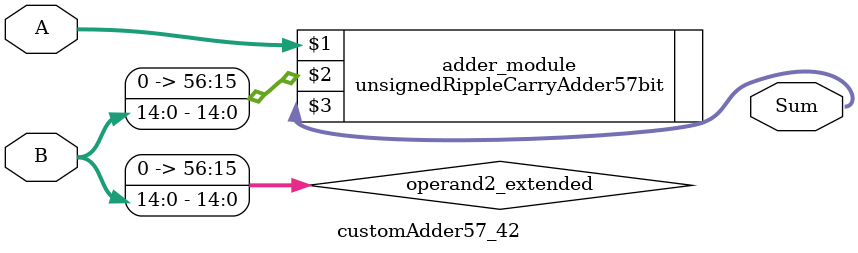
<source format=v>
module customAdder57_42(
                        input [56 : 0] A,
                        input [14 : 0] B,
                        
                        output [57 : 0] Sum
                );

        wire [56 : 0] operand2_extended;
        
        assign operand2_extended =  {42'b0, B};
        
        unsignedRippleCarryAdder57bit adder_module(
            A,
            operand2_extended,
            Sum
        );
        
        endmodule
        
</source>
